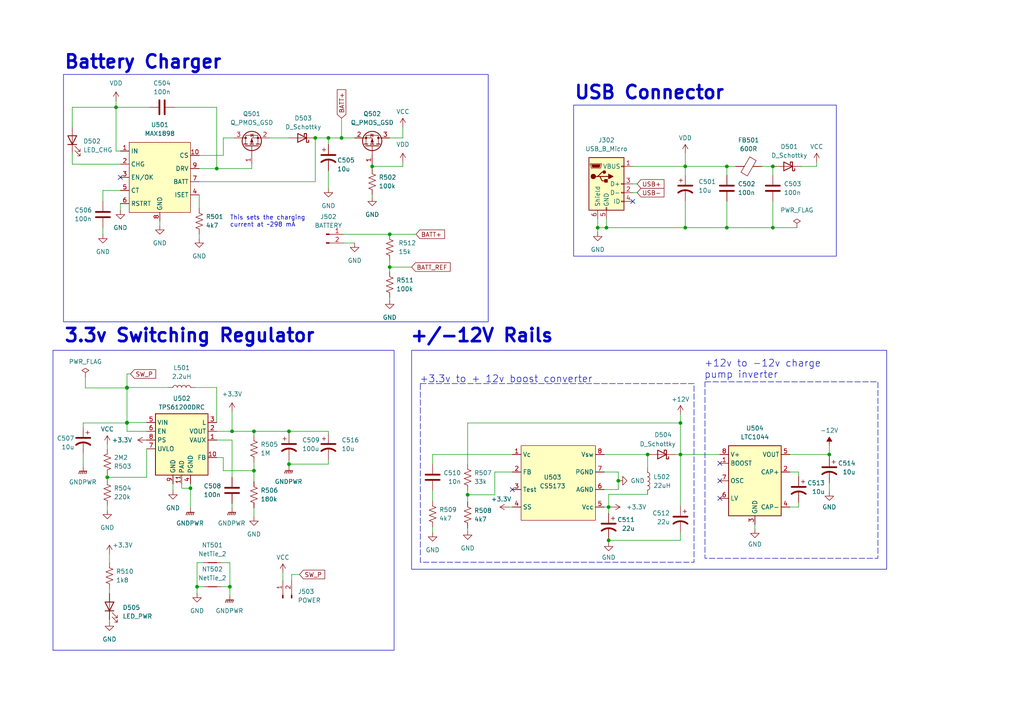
<source format=kicad_sch>
(kicad_sch (version 20230121) (generator eeschema)
  (paper "A4")
  (title_block (rev "1"))
  (lib_symbols
    (symbol "Battery_Management:MAX1898"
      (property "Reference" "U" (at 0 0 0))
      (property "Value" "MAX1898" (at 0 11.43 0))
      (symbol "MAX1898_1_1"
        (rectangle (start -8.89 10.16) (end 8.89 -10.16) (fill (type background)))
        (pin power_in line (at -11.43 7.62 0) (length 2.54) (name "IN") (number "1"))
        (pin input line (at 11.43 6.35 180) (length 2.54) (name "CS") (number "10"))
        (pin bidirectional line (at -11.43 3.81 0) (length 2.54) (name "CHG") (number "2"))
        (pin input line (at -11.43 0 0) (length 2.54) (name "EN/OK") (number "3"))
        (pin output line (at 11.43 -5.08 180) (length 2.54) (name "ISET") (number "4"))
        (pin input line (at -11.43 -3.81 0) (length 2.54) (name "CT") (number "5"))
        (pin input line (at -11.43 -7.62 0) (length 2.54) (name "RSTRT") (number "6"))
        (pin power_out line (at 11.43 -1.27 180) (length 2.54) (name "BATT") (number "7"))
        (pin power_in line (at 0 -12.7 90) (length 2.54) (name "GND") (number "8"))
        (pin input line (at 11.43 2.54 180) (length 2.54) (name "DRV") (number "9"))
      )
    )
    (symbol "Connector:Conn_01x02_Pin" (pin_names (offset 1.016) hide)
      (property "Reference" "J" (at 0 2.54 0))
      (property "Value" "Conn_01x02_Pin" (at 0 -5.08 0))
      (symbol "Conn_01x02_Pin_1_1"
        (polyline (pts (xy 1.27 -2.54) (xy 0.8636 -2.54)) (stroke (width 0.1524)))
        (polyline (pts (xy 1.27 0) (xy 0.8636 0)) (stroke (width 0.1524)))
        (rectangle (start 0.8636 -2.413) (end 0 -2.667) (stroke (width 0.1524)) (fill (type outline)))
        (rectangle (start 0.8636 0.127) (end 0 -0.127) (stroke (width 0.1524)) (fill (type outline)))
        (pin passive line (at 5.08 0 180) (length 3.81) (name "Pin_1") (number "1"))
        (pin passive line (at 5.08 -2.54 180) (length 3.81) (name "Pin_2") (number "2"))
      )
    )
    (symbol "Connector:USB_B_Micro" (pin_names (offset 1.016))
      (property "Reference" "J" (at -5.08 11.43 0))
      (property "Value" "USB_B_Micro" (at -5.08 8.89 0))
      (symbol "USB_B_Micro_0_1"
        (rectangle (start -5.08 -7.62) (end 5.08 7.62) (stroke (width 0.254)) (fill (type background)))
        (circle (center -3.81 2.159) (radius 0.635) (stroke (width 0.254)) (fill (type outline)))
        (circle (center -0.635 3.429) (radius 0.381) (stroke (width 0.254)) (fill (type outline)))
        (rectangle (start -0.127 -7.62) (end 0.127 -6.858))
        (polyline (pts (xy -1.905 2.159) (xy 0.635 2.159)) (stroke (width 0.254)))
        (polyline (pts (xy -3.175 2.159) (xy -2.54 2.159) (xy -1.27 3.429) (xy -0.635 3.429)) (stroke (width 0.254)))
        (polyline (pts (xy -2.54 2.159) (xy -1.905 2.159) (xy -1.27 0.889) (xy 0 0.889)) (stroke (width 0.254)))
        (polyline (pts (xy 0.635 2.794) (xy 0.635 1.524) (xy 1.905 2.159) (xy 0.635 2.794)) (stroke (width 0.254)) (fill (type outline)))
        (polyline (pts (xy -4.318 5.588) (xy -1.778 5.588) (xy -2.032 4.826) (xy -4.064 4.826) (xy -4.318 5.588)) (fill (type outline)))
        (polyline (pts (xy -4.699 5.842) (xy -4.699 5.588) (xy -4.445 4.826) (xy -4.445 4.572) (xy -1.651 4.572) (xy -1.651 4.826) (xy -1.397 5.588) (xy -1.397 5.842) (xy -4.699 5.842)))
        (rectangle (start 0.254 1.27) (end -0.508 0.508) (stroke (width 0.254)) (fill (type outline)))
        (rectangle (start 5.08 -5.207) (end 4.318 -4.953))
        (rectangle (start 5.08 -2.667) (end 4.318 -2.413))
        (rectangle (start 5.08 -0.127) (end 4.318 0.127))
        (rectangle (start 5.08 4.953) (end 4.318 5.207))
      )
      (symbol "USB_B_Micro_1_1"
        (pin power_out line (at 7.62 5.08 180) (length 2.54) (name "VBUS") (number "1"))
        (pin bidirectional line (at 7.62 -2.54 180) (length 2.54) (name "D-") (number "2"))
        (pin bidirectional line (at 7.62 0 180) (length 2.54) (name "D+") (number "3"))
        (pin passive line (at 7.62 -5.08 180) (length 2.54) (name "ID") (number "4"))
        (pin passive line (at 0 -10.16 90) (length 2.54) (name "GND") (number "5"))
        (pin passive line (at -2.54 -10.16 90) (length 2.54) (name "Shield") (number "6"))
      )
    )
    (symbol "Device:C" (pin_numbers hide) (pin_names (offset 0.254))
      (property "Reference" "C" (at 0.635 2.54 0))
      (property "Value" "C" (at 0.635 -2.54 0))
      (symbol "C_0_1"
        (polyline (pts (xy -2.032 -0.762) (xy 2.032 -0.762)) (stroke (width 0.508)))
        (polyline (pts (xy -2.032 0.762) (xy 2.032 0.762)) (stroke (width 0.508)))
      )
      (symbol "C_1_1"
        (pin passive line (at 0 3.81 270) (length 2.794) (name "~") (number "1"))
        (pin passive line (at 0 -3.81 90) (length 2.794) (name "~") (number "2"))
      )
    )
    (symbol "Device:C_Polarized_US" (pin_numbers hide) (pin_names (offset 0.254) hide)
      (property "Reference" "C" (at 0.635 2.54 0))
      (property "Value" "C_Polarized_US" (at 0.635 -2.54 0))
      (symbol "C_Polarized_US_0_1"
        (polyline (pts (xy -2.032 0.762) (xy 2.032 0.762)) (stroke (width 0.508)))
        (polyline (pts (xy -1.778 2.286) (xy -0.762 2.286)))
        (polyline (pts (xy -1.27 1.778) (xy -1.27 2.794)))
        (arc (start 2.032 -1.27) (mid 0 -0.5572) (end -2.032 -1.27) (stroke (width 0.508)))
      )
      (symbol "C_Polarized_US_1_1"
        (pin passive line (at 0 3.81 270) (length 2.794) (name "~") (number "1"))
        (pin passive line (at 0 -3.81 90) (length 3.302) (name "~") (number "2"))
      )
    )
    (symbol "Device:D_Schottky" (pin_numbers hide) (pin_names (offset 1.016) hide)
      (property "Reference" "D" (at 0 2.54 0))
      (property "Value" "D_Schottky" (at 0 -2.54 0))
      (symbol "D_Schottky_0_1"
        (polyline (pts (xy 1.27 0) (xy -1.27 0)))
        (polyline (pts (xy 1.27 1.27) (xy 1.27 -1.27) (xy -1.27 0) (xy 1.27 1.27)) (stroke (width 0.254)))
        (polyline (pts (xy -1.905 0.635) (xy -1.905 1.27) (xy -1.27 1.27) (xy -1.27 -1.27) (xy -0.635 -1.27) (xy -0.635 -0.635)) (stroke (width 0.254)))
      )
      (symbol "D_Schottky_1_1"
        (pin passive line (at -3.81 0 0) (length 2.54) (name "K") (number "1"))
        (pin passive line (at 3.81 0 180) (length 2.54) (name "A") (number "2"))
      )
    )
    (symbol "Device:FerriteBead" (pin_numbers hide) (pin_names (offset 0))
      (property "Reference" "FB" (at -3.81 0.635 90))
      (property "Value" "FerriteBead" (at 3.81 0 90))
      (symbol "FerriteBead_0_1"
        (polyline (pts (xy 0 -1.27) (xy 0 -1.2192)))
        (polyline (pts (xy 0 1.27) (xy 0 1.2954)))
        (polyline (pts (xy -2.7686 0.4064) (xy -1.7018 2.2606) (xy 2.7686 -0.3048) (xy 1.6764 -2.159) (xy -2.7686 0.4064)))
      )
      (symbol "FerriteBead_1_1"
        (pin passive line (at 0 3.81 270) (length 2.54) (name "~") (number "1"))
        (pin passive line (at 0 -3.81 90) (length 2.54) (name "~") (number "2"))
      )
    )
    (symbol "Device:L" (pin_numbers hide) (pin_names (offset 1.016) hide)
      (property "Reference" "L" (at -1.27 0 90))
      (property "Value" "L" (at 1.905 0 90))
      (symbol "L_0_1"
        (arc (start 0 -2.54) (mid 0.6323 -1.905) (end 0 -1.27))
        (arc (start 0 -1.27) (mid 0.6323 -0.635) (end 0 0))
        (arc (start 0 0) (mid 0.6323 0.635) (end 0 1.27))
        (arc (start 0 1.27) (mid 0.6323 1.905) (end 0 2.54))
      )
      (symbol "L_1_1"
        (pin passive line (at 0 3.81 270) (length 1.27) (name "1") (number "1"))
        (pin passive line (at 0 -3.81 90) (length 1.27) (name "2") (number "2"))
      )
    )
    (symbol "Device:LED" (pin_numbers hide) (pin_names (offset 1.016) hide)
      (property "Reference" "D" (at 0 2.54 0))
      (property "Value" "LED" (at 0 -2.54 0))
      (symbol "LED_0_1"
        (polyline (pts (xy -1.27 -1.27) (xy -1.27 1.27)) (stroke (width 0.254)))
        (polyline (pts (xy -1.27 0) (xy 1.27 0)))
        (polyline (pts (xy 1.27 -1.27) (xy 1.27 1.27) (xy -1.27 0) (xy 1.27 -1.27)) (stroke (width 0.254)))
        (polyline (pts (xy -3.048 -0.762) (xy -4.572 -2.286) (xy -3.81 -2.286) (xy -4.572 -2.286) (xy -4.572 -1.524)))
        (polyline (pts (xy -1.778 -0.762) (xy -3.302 -2.286) (xy -2.54 -2.286) (xy -3.302 -2.286) (xy -3.302 -1.524)))
      )
      (symbol "LED_1_1"
        (pin passive line (at -3.81 0 0) (length 2.54) (name "K") (number "1"))
        (pin passive line (at 3.81 0 180) (length 2.54) (name "A") (number "2"))
      )
    )
    (symbol "Device:NetTie_2" (pin_numbers hide) (pin_names (offset 0) hide) (in_bom no)
      (property "Reference" "NT" (at 0 1.27 0))
      (property "Value" "NetTie_2" (at 0 -1.27 0))
      (symbol "NetTie_2_0_1"
        (polyline (pts (xy -1.27 0) (xy 1.27 0)) (stroke (width 0.254)))
      )
      (symbol "NetTie_2_1_1"
        (pin passive line (at -2.54 0 0) (length 2.54) (name "1") (number "1"))
        (pin passive line (at 2.54 0 180) (length 2.54) (name "2") (number "2"))
      )
    )
    (symbol "Device:Q_PMOS_GSD" (pin_names (offset 0) hide)
      (property "Reference" "Q" (at 5.08 1.27 0))
      (property "Value" "Q_PMOS_GSD" (at 5.08 -1.27 0))
      (symbol "Q_PMOS_GSD_0_1"
        (polyline (pts (xy 0.254 0) (xy -2.54 0)))
        (polyline (pts (xy 0.254 1.905) (xy 0.254 -1.905)) (stroke (width 0.254)))
        (polyline (pts (xy 0.762 -1.27) (xy 0.762 -2.286)) (stroke (width 0.254)))
        (polyline (pts (xy 0.762 0.508) (xy 0.762 -0.508)) (stroke (width 0.254)))
        (polyline (pts (xy 0.762 2.286) (xy 0.762 1.27)) (stroke (width 0.254)))
        (polyline (pts (xy 2.54 2.54) (xy 2.54 1.778)))
        (polyline (pts (xy 2.54 -2.54) (xy 2.54 0) (xy 0.762 0)))
        (polyline (pts (xy 0.762 1.778) (xy 3.302 1.778) (xy 3.302 -1.778) (xy 0.762 -1.778)))
        (polyline (pts (xy 2.286 0) (xy 1.27 0.381) (xy 1.27 -0.381) (xy 2.286 0)) (fill (type outline)))
        (polyline (pts (xy 2.794 -0.508) (xy 2.921 -0.381) (xy 3.683 -0.381) (xy 3.81 -0.254)))
        (polyline (pts (xy 3.302 -0.381) (xy 2.921 0.254) (xy 3.683 0.254) (xy 3.302 -0.381)))
        (circle (center 1.651 0) (radius 2.794) (stroke (width 0.254)))
        (circle (center 2.54 -1.778) (radius 0.254) (fill (type outline)))
        (circle (center 2.54 1.778) (radius 0.254) (fill (type outline)))
      )
      (symbol "Q_PMOS_GSD_1_1"
        (pin input line (at -5.08 0 0) (length 2.54) (name "G") (number "1"))
        (pin passive line (at 2.54 -5.08 90) (length 2.54) (name "S") (number "2"))
        (pin passive line (at 2.54 5.08 270) (length 2.54) (name "D") (number "3"))
      )
    )
    (symbol "Device:R_US" (pin_numbers hide) (pin_names (offset 0))
      (property "Reference" "R" (at 2.54 0 90))
      (property "Value" "R_US" (at -2.54 0 90))
      (symbol "R_US_0_1"
        (polyline (pts (xy 0 -2.286) (xy 0 -2.54)))
        (polyline (pts (xy 0 2.286) (xy 0 2.54)))
        (polyline (pts (xy 0 -0.762) (xy 1.016 -1.143) (xy 0 -1.524) (xy -1.016 -1.905) (xy 0 -2.286)))
        (polyline (pts (xy 0 0.762) (xy 1.016 0.381) (xy 0 0) (xy -1.016 -0.381) (xy 0 -0.762)))
        (polyline (pts (xy 0 2.286) (xy 1.016 1.905) (xy 0 1.524) (xy -1.016 1.143) (xy 0 0.762)))
      )
      (symbol "R_US_1_1"
        (pin passive line (at 0 3.81 270) (length 1.27) (name "~") (number "1"))
        (pin passive line (at 0 -3.81 90) (length 1.27) (name "~") (number "2"))
      )
    )
    (symbol "PCM_4ms_Power-symbol:+12V" (power) (pin_names (offset 0))
      (property "Value" "+12V" (at 0 3.556 0))
      (symbol "+12V_0_1"
        (polyline (pts (xy -0.762 1.27) (xy 0 2.54)))
        (polyline (pts (xy 0 0) (xy 0 2.54)))
        (polyline (pts (xy 0 2.54) (xy 0.762 1.27)))
      )
      (symbol "+12V_1_1"
        (pin power_in line (at 0 0 90) (length 0) hide (name "+12V") (number "1"))
      )
    )
    (symbol "PCM_4ms_Power-symbol:PWR_FLAG" (power) (pin_numbers hide) (pin_names (offset 0) hide)
      (property "Value" "PWR_FLAG" (at 0 3.81 0))
      (symbol "PWR_FLAG_0_0"
        (pin power_out line (at 0 0 90) (length 0) (name "pwr") (number "1"))
      )
      (symbol "PWR_FLAG_0_1"
        (polyline (pts (xy 0 0) (xy 0 1.27) (xy -1.016 1.905) (xy 0 2.54) (xy 1.016 1.905) (xy 0 1.27)))
      )
    )
    (symbol "Regulator_SwitchedCapacitor:LTC1044"
      (property "Reference" "U" (at -6.35 11.43 0))
      (property "Value" "LTC1044" (at 3.81 11.43 0))
      (symbol "LTC1044_0_1"
        (rectangle (start -7.62 10.16) (end 7.62 -10.16) (stroke (width 0.254)) (fill (type background)))
      )
      (symbol "LTC1044_1_1"
        (pin input line (at -10.16 5.08 0) (length 2.54) (name "BOOST") (number "1"))
        (pin input line (at 10.16 2.54 180) (length 2.54) (name "CAP+") (number "2"))
        (pin power_in line (at 0 -12.7 90) (length 2.54) (name "GND") (number "3"))
        (pin input line (at 10.16 -7.62 180) (length 2.54) (name "CAP-") (number "4"))
        (pin power_out line (at 10.16 7.62 180) (length 2.54) (name "VOUT") (number "5"))
        (pin input line (at -10.16 -5.08 0) (length 2.54) (name "LV") (number "6"))
        (pin input line (at -10.16 0 0) (length 2.54) (name "OSC") (number "7"))
        (pin power_in line (at -10.16 7.62 0) (length 2.54) (name "V+") (number "8"))
      )
    )
    (symbol "Regulator_Switching:CS5173"
      (property "Reference" "U" (at 1.27 0 0))
      (property "Value" "CS5173" (at 1.27 -2.54 0))
      (symbol "CS5173_1_1"
        (rectangle (start -8.89 10.16) (end 12.7 -11.43) (fill (type background)))
        (pin input line (at -11.43 7.62 0) (length 2.54) (name "Vc") (number "1"))
        (pin input line (at -11.43 2.54 0) (length 2.54) (name "FB") (number "2"))
        (pin input line (at -11.43 -2.54 0) (length 2.54) (name "Test") (number "3"))
        (pin input line (at -11.43 -7.62 0) (length 2.54) (name "SS") (number "4"))
        (pin power_in line (at 15.24 -7.62 180) (length 2.54) (name "Vcc") (number "5"))
        (pin power_in line (at 15.24 -2.54 180) (length 2.54) (name "AGND") (number "6"))
        (pin power_in line (at 15.24 2.54 180) (length 2.54) (name "PGND") (number "7"))
        (pin power_out line (at 15.24 7.62 180) (length 2.54) (name "Vsw") (number "8"))
      )
    )
    (symbol "Regulator_Switching:TPS61200DRC"
      (property "Reference" "U" (at -10.16 8.89 0))
      (property "Value" "TPS61200DRC" (at -2.54 8.89 0))
      (symbol "TPS61200DRC_0_1"
        (rectangle (start -7.62 7.62) (end 7.62 -10.16) (stroke (width 0.254)) (fill (type background)))
      )
      (symbol "TPS61200DRC_1_1"
        (pin bidirectional line (at 10.16 0 180) (length 2.54) (name "VAUX") (number "1"))
        (pin input line (at 10.16 -5.08 180) (length 2.54) (name "FB") (number "10"))
        (pin power_in line (at 0 -12.7 90) (length 2.54) (name "PAD") (number "11"))
        (pin power_out line (at 10.16 2.54 180) (length 2.54) (name "VOUT") (number "2"))
        (pin input line (at 10.16 5.08 180) (length 2.54) (name "L") (number "3"))
        (pin power_in line (at 2.54 -12.7 90) (length 2.54) (name "PGND") (number "4"))
        (pin power_in line (at -10.16 5.08 0) (length 2.54) (name "VIN") (number "5"))
        (pin input line (at -10.16 2.54 0) (length 2.54) (name "EN") (number "6"))
        (pin input line (at -10.16 -2.54 0) (length 2.54) (name "UVLO") (number "7"))
        (pin input line (at -10.16 0 0) (length 2.54) (name "PS") (number "8"))
        (pin power_in line (at -2.54 -12.7 90) (length 2.54) (name "GND") (number "9"))
      )
    )
    (symbol "power:+3.3V" (power) (pin_names (offset 0))
      (property "Value" "+3.3V" (at 0 3.556 0))
      (symbol "+3.3V_0_1"
        (polyline (pts (xy -0.762 1.27) (xy 0 2.54)))
        (polyline (pts (xy 0 0) (xy 0 2.54)))
        (polyline (pts (xy 0 2.54) (xy 0.762 1.27)))
      )
      (symbol "+3.3V_1_1"
        (pin power_in line (at 0 0 90) (length 0) hide (name "+3.3V") (number "1"))
      )
    )
    (symbol "power:-12V" (power) (pin_names (offset 0))
      (property "Value" "-12V" (at 0 3.81 0))
      (symbol "-12V_0_0"
        (pin power_in line (at 0 0 90) (length 0) hide (name "-12V") (number "1"))
      )
      (symbol "-12V_0_1"
        (polyline (pts (xy 0 0) (xy 0 1.27) (xy 0.762 1.27) (xy 0 2.54) (xy -0.762 1.27) (xy 0 1.27)) (fill (type outline)))
      )
    )
    (symbol "power:GND" (power) (pin_names (offset 0))
      (property "Value" "GND" (at 0 -3.81 0))
      (symbol "GND_0_1"
        (polyline (pts (xy 0 0) (xy 0 -1.27) (xy 1.27 -1.27) (xy 0 -2.54) (xy -1.27 -1.27) (xy 0 -1.27)))
      )
      (symbol "GND_1_1"
        (pin power_in line (at 0 0 270) (length 0) hide (name "GND") (number "1"))
      )
    )
    (symbol "power:GNDPWR" (power) (pin_names (offset 0))
      (property "Value" "GNDPWR" (at 0 -3.302 0))
      (symbol "GNDPWR_0_1"
        (polyline (pts (xy 0 -1.27) (xy 0 0)))
        (polyline (pts (xy -1.016 -1.27) (xy -1.27 -2.032) (xy -1.27 -2.032)) (stroke (width 0.2032)))
        (polyline (pts (xy -0.508 -1.27) (xy -0.762 -2.032) (xy -0.762 -2.032)) (stroke (width 0.2032)))
        (polyline (pts (xy 0 -1.27) (xy -0.254 -2.032) (xy -0.254 -2.032)) (stroke (width 0.2032)))
        (polyline (pts (xy 0.508 -1.27) (xy 0.254 -2.032) (xy 0.254 -2.032)) (stroke (width 0.2032)))
        (polyline (pts (xy 1.016 -1.27) (xy -1.016 -1.27) (xy -1.016 -1.27)) (stroke (width 0.2032)))
        (polyline (pts (xy 1.016 -1.27) (xy 0.762 -2.032) (xy 0.762 -2.032) (xy 0.762 -2.032)) (stroke (width 0.2032)))
      )
      (symbol "GNDPWR_1_1"
        (pin power_in line (at 0 0 270) (length 0) hide (name "GNDPWR") (number "1"))
      )
    )
    (symbol "power:VCC" (power) (pin_names (offset 0))
      (property "Value" "VCC" (at 0 3.81 0))
      (symbol "VCC_0_1"
        (polyline (pts (xy -0.762 1.27) (xy 0 2.54)))
        (polyline (pts (xy 0 0) (xy 0 2.54)))
        (polyline (pts (xy 0 2.54) (xy 0.762 1.27)))
      )
      (symbol "VCC_1_1"
        (pin power_in line (at 0 0 90) (length 0) hide (name "VCC") (number "1"))
      )
    )
    (symbol "power:VDD" (power) (pin_names (offset 0))
      (property "Value" "VDD" (at 0 3.81 0))
      (symbol "VDD_0_1"
        (polyline (pts (xy -0.762 1.27) (xy 0 2.54)))
        (polyline (pts (xy 0 0) (xy 0 2.54)))
        (polyline (pts (xy 0 2.54) (xy 0.762 1.27)))
      )
      (symbol "VDD_1_1"
        (pin power_in line (at 0 0 90) (length 0) hide (name "VDD") (number "1"))
      )
    )
  )
  (junction (at 91.44 40.005))
  (junction (at 173.355 66.04))
  (junction (at 224.155 48.26))
  (junction (at 198.755 48.26))
  (junction (at 36.83 122.682))
  (junction (at 31.115 138.43))
  (junction (at 67.31 125.095))
  (junction (at 36.83 112.522))
  (junction (at 55.245 141.605))
  (junction (at 62.865 48.895))
  (junction (at 36.83 122.555))
  (junction (at 73.66 125.095))
  (junction (at 198.755 66.04))
  (junction (at 113.03 77.47))
  (junction (at 175.895 66.04))
  (junction (at 66.675 170.18))
  (junction (at 83.82 125.095))
  (junction (at 95.25 40.005))
  (junction (at 176.53 147.066))
  (junction (at 197.358 131.826))
  (junction (at 107.95 48.26))
  (junction (at 240.538 131.826))
  (junction (at 210.82 48.26))
  (junction (at 187.833 131.826))
  (junction (at 210.82 66.04))
  (junction (at 99.06 40.005))
  (junction (at 36.83 112.395))
  (junction (at 179.324 139.446))
  (junction (at 135.636 143.51))
  (junction (at 224.155 66.04))
  (junction (at 113.03 67.945))
  (junction (at 197.358 122.682))
  (junction (at 57.15 170.18))
  (junction (at 73.66 136.525))
  (junction (at 176.53 156.718))
  (junction (at 83.82 134.62))
  (junction (at 33.655 31.115))
  (no_connect (at 183.515 58.42))
  (no_connect (at 34.925 51.435))
  (no_connect (at 208.788 139.446))
  (no_connect (at 208.788 134.366))
  (no_connect (at 148.59 141.986))
  (no_connect (at 208.788 144.526))
  (wire (pts (xy 210.82 66.04) (xy 210.82 58.42)))
  (wire (pts (xy 125.476 142.24) (xy 125.476 145.288)))
  (wire (pts (xy 62.865 112.395) (xy 62.865 122.555)))
  (wire (pts (xy 231.648 147.066) (xy 231.648 145.796)))
  (wire (pts (xy 57.785 52.705) (xy 91.44 52.705)))
  (wire (pts (xy 147.574 147.066) (xy 148.59 147.066)))
  (wire (pts (xy 66.675 163.195) (xy 64.135 163.195)))
  (wire (pts (xy 173.355 63.5) (xy 173.355 66.04)))
  (wire (pts (xy 73.025 48.895) (xy 73.025 47.625)))
  (wire (pts (xy 62.865 127.635) (xy 67.31 127.635)))
  (wire (pts (xy 20.955 31.115) (xy 20.955 36.83)))
  (wire (pts (xy 125.476 152.908) (xy 125.476 154.432)))
  (wire (pts (xy 210.82 48.26) (xy 210.82 50.8)))
  (wire (pts (xy 210.82 48.26) (xy 213.36 48.26)))
  (wire (pts (xy 183.515 48.26) (xy 198.755 48.26)))
  (wire (pts (xy 148.59 136.906) (xy 143.51 136.906)))
  (wire (pts (xy 187.833 131.826) (xy 187.833 135.763)))
  (wire (pts (xy 197.358 122.682) (xy 197.358 131.826)))
  (wire (pts (xy 24.765 112.522) (xy 36.83 112.522)))
  (wire (pts (xy 66.675 170.18) (xy 66.675 163.195)))
  (wire (pts (xy 48.895 112.395) (xy 36.83 112.395)))
  (wire (pts (xy 62.865 48.895) (xy 73.025 48.895)))
  (wire (pts (xy 220.98 48.26) (xy 224.155 48.26)))
  (wire (pts (xy 36.83 112.522) (xy 36.83 112.395)))
  (wire (pts (xy 198.755 48.26) (xy 198.755 50.8)))
  (wire (pts (xy 31.75 179.705) (xy 31.75 180.34)))
  (wire (pts (xy 62.865 125.095) (xy 67.31 125.095)))
  (wire (pts (xy 43.18 31.115) (xy 33.655 31.115)))
  (wire (pts (xy 52.705 141.605) (xy 55.245 141.605)))
  (wire (pts (xy 64.77 132.715) (xy 64.77 136.525)))
  (wire (pts (xy 175.895 66.04) (xy 198.755 66.04)))
  (wire (pts (xy 95.25 40.005) (xy 95.25 41.91)))
  (wire (pts (xy 78.105 40.005) (xy 83.82 40.005)))
  (wire (pts (xy 240.538 131.826) (xy 240.538 132.461)))
  (wire (pts (xy 107.95 48.26) (xy 116.84 48.26)))
  (wire (pts (xy 236.855 46.99) (xy 236.855 48.26)))
  (wire (pts (xy 31.115 128.905) (xy 31.115 130.175)))
  (wire (pts (xy 73.66 125.095) (xy 73.66 126.365)))
  (wire (pts (xy 50.165 140.335) (xy 50.165 142.24)))
  (wire (pts (xy 113.03 75.565) (xy 113.03 77.47)))
  (wire (pts (xy 67.31 125.095) (xy 73.66 125.095)))
  (wire (pts (xy 229.108 136.906) (xy 231.648 136.906)))
  (wire (pts (xy 82.042 166.116) (xy 82.042 168.402)))
  (wire (pts (xy 57.785 56.515) (xy 57.785 60.325)))
  (wire (pts (xy 67.31 125.095) (xy 67.31 119.38)))
  (wire (pts (xy 229.108 131.826) (xy 240.538 131.826)))
  (wire (pts (xy 67.31 127.635) (xy 67.31 138.43)))
  (wire (pts (xy 86.868 166.624) (xy 84.582 166.624)))
  (wire (pts (xy 99.06 34.29) (xy 99.06 40.005)))
  (wire (pts (xy 135.636 143.51) (xy 135.636 145.542)))
  (wire (pts (xy 173.355 66.04) (xy 175.895 66.04)))
  (wire (pts (xy 113.03 77.47) (xy 119.38 77.47)))
  (wire (pts (xy 135.636 142.24) (xy 135.636 143.51)))
  (wire (pts (xy 95.25 133.35) (xy 95.25 134.62)))
  (wire (pts (xy 107.95 48.26) (xy 107.95 48.895)))
  (wire (pts (xy 95.25 134.62) (xy 83.82 134.62)))
  (wire (pts (xy 197.358 131.826) (xy 208.788 131.826)))
  (wire (pts (xy 57.785 48.895) (xy 62.865 48.895)))
  (wire (pts (xy 113.03 86.36) (xy 113.03 86.995)))
  (wire (pts (xy 198.755 48.26) (xy 210.82 48.26)))
  (wire (pts (xy 73.66 125.095) (xy 83.82 125.095)))
  (wire (pts (xy 91.44 52.705) (xy 91.44 40.005)))
  (wire (pts (xy 95.25 49.53) (xy 95.25 54.61)))
  (wire (pts (xy 33.655 29.21) (xy 33.655 31.115)))
  (wire (pts (xy 31.115 138.43) (xy 42.545 138.43)))
  (wire (pts (xy 125.476 131.826) (xy 148.59 131.826)))
  (wire (pts (xy 67.945 40.005) (xy 64.77 40.005)))
  (wire (pts (xy 240.538 140.081) (xy 240.538 142.621)))
  (wire (pts (xy 34.925 59.055) (xy 34.925 60.96)))
  (wire (pts (xy 91.44 40.005) (xy 95.25 40.005)))
  (wire (pts (xy 224.155 66.04) (xy 210.82 66.04)))
  (wire (pts (xy 95.25 125.73) (xy 95.25 125.095)))
  (wire (pts (xy 29.845 55.245) (xy 34.925 55.245)))
  (wire (pts (xy 24.765 109.347) (xy 24.765 112.522)))
  (wire (pts (xy 24.13 131.572) (xy 24.13 135.382)))
  (wire (pts (xy 73.66 147.32) (xy 73.66 149.86)))
  (wire (pts (xy 175.26 131.826) (xy 187.833 131.826)))
  (wire (pts (xy 135.636 153.162) (xy 135.636 153.924)))
  (wire (pts (xy 84.582 166.624) (xy 84.582 168.402)))
  (wire (pts (xy 224.155 48.26) (xy 224.155 50.8)))
  (wire (pts (xy 34.925 43.815) (xy 33.655 43.815)))
  (wire (pts (xy 66.675 172.72) (xy 66.675 170.18)))
  (wire (pts (xy 20.955 31.115) (xy 33.655 31.115)))
  (wire (pts (xy 176.53 156.718) (xy 176.53 156.464)))
  (wire (pts (xy 176.53 147.066) (xy 176.53 148.844)))
  (wire (pts (xy 64.77 136.525) (xy 73.66 136.525)))
  (wire (pts (xy 183.515 53.34) (xy 184.785 53.34)))
  (wire (pts (xy 179.324 141.986) (xy 175.26 141.986)))
  (wire (pts (xy 52.705 140.335) (xy 52.705 141.605)))
  (wire (pts (xy 176.53 143.383) (xy 176.53 147.066)))
  (wire (pts (xy 57.785 67.945) (xy 57.785 69.215)))
  (wire (pts (xy 36.83 122.682) (xy 36.83 125.095)))
  (wire (pts (xy 29.845 66.04) (xy 29.845 67.945)))
  (wire (pts (xy 57.15 170.18) (xy 57.15 163.195)))
  (wire (pts (xy 175.895 63.5) (xy 175.895 66.04)))
  (wire (pts (xy 107.95 47.625) (xy 107.95 48.26)))
  (wire (pts (xy 135.636 122.682) (xy 197.358 122.682)))
  (wire (pts (xy 240.538 129.286) (xy 240.538 131.826)))
  (wire (pts (xy 55.245 141.605) (xy 55.245 147.32)))
  (wire (pts (xy 37.846 108.458) (xy 36.83 108.458)))
  (wire (pts (xy 31.115 137.795) (xy 31.115 138.43)))
  (wire (pts (xy 229.108 147.066) (xy 231.648 147.066)))
  (wire (pts (xy 31.75 160.655) (xy 31.75 163.195)))
  (wire (pts (xy 31.115 146.685) (xy 31.115 147.955)))
  (wire (pts (xy 173.355 66.04) (xy 173.355 67.31)))
  (wire (pts (xy 36.83 122.682) (xy 36.83 122.555)))
  (wire (pts (xy 73.66 133.985) (xy 73.66 136.525)))
  (wire (pts (xy 236.855 48.26) (xy 232.41 48.26)))
  (wire (pts (xy 57.15 163.195) (xy 59.055 163.195)))
  (wire (pts (xy 218.948 152.146) (xy 218.948 153.416)))
  (wire (pts (xy 143.51 136.906) (xy 143.51 143.51)))
  (wire (pts (xy 64.77 45.085) (xy 57.785 45.085)))
  (wire (pts (xy 62.865 132.715) (xy 64.77 132.715)))
  (wire (pts (xy 83.82 134.62) (xy 83.82 135.255)))
  (wire (pts (xy 187.833 143.383) (xy 176.53 143.383)))
  (wire (pts (xy 67.31 146.05) (xy 67.31 147.32)))
  (wire (pts (xy 224.155 66.04) (xy 231.14 66.04)))
  (wire (pts (xy 135.636 143.51) (xy 143.51 143.51)))
  (wire (pts (xy 198.755 58.42) (xy 198.755 66.04)))
  (wire (pts (xy 175.26 147.066) (xy 176.53 147.066)))
  (wire (pts (xy 56.515 112.395) (xy 62.865 112.395)))
  (wire (pts (xy 197.358 131.826) (xy 197.358 146.812)))
  (wire (pts (xy 197.358 120.142) (xy 197.358 122.682)))
  (wire (pts (xy 57.15 170.18) (xy 59.055 170.18)))
  (wire (pts (xy 176.53 157.226) (xy 176.53 156.718)))
  (wire (pts (xy 36.83 125.095) (xy 42.545 125.095)))
  (wire (pts (xy 83.82 133.35) (xy 83.82 134.62)))
  (wire (pts (xy 62.865 31.115) (xy 50.8 31.115)))
  (wire (pts (xy 31.115 138.43) (xy 31.115 139.065)))
  (wire (pts (xy 116.84 40.005) (xy 113.03 40.005)))
  (wire (pts (xy 197.358 154.432) (xy 197.358 156.718)))
  (wire (pts (xy 195.834 131.826) (xy 197.358 131.826)))
  (wire (pts (xy 36.83 108.458) (xy 36.83 112.395)))
  (wire (pts (xy 135.636 134.62) (xy 135.636 122.682)))
  (wire (pts (xy 197.358 156.718) (xy 176.53 156.718)))
  (wire (pts (xy 198.755 44.45) (xy 198.755 48.26)))
  (wire (pts (xy 113.03 77.47) (xy 113.03 78.74)))
  (wire (pts (xy 175.26 136.906) (xy 179.324 136.906)))
  (wire (pts (xy 73.66 136.525) (xy 73.66 139.7)))
  (wire (pts (xy 99.695 70.485) (xy 102.87 70.485)))
  (wire (pts (xy 113.03 67.945) (xy 120.65 67.945)))
  (wire (pts (xy 62.865 48.895) (xy 62.865 31.115)))
  (wire (pts (xy 55.245 140.335) (xy 55.245 141.605)))
  (wire (pts (xy 116.84 36.83) (xy 116.84 40.005)))
  (wire (pts (xy 224.155 58.42) (xy 224.155 66.04)))
  (wire (pts (xy 125.476 134.62) (xy 125.476 131.826)))
  (wire (pts (xy 95.25 40.005) (xy 99.06 40.005)))
  (wire (pts (xy 64.77 40.005) (xy 64.77 45.085)))
  (wire (pts (xy 179.324 139.446) (xy 179.324 141.986)))
  (wire (pts (xy 224.155 48.26) (xy 224.79 48.26)))
  (wire (pts (xy 99.695 67.945) (xy 113.03 67.945)))
  (wire (pts (xy 231.648 136.906) (xy 231.648 138.176)))
  (wire (pts (xy 24.13 123.952) (xy 24.13 122.682)))
  (wire (pts (xy 20.955 47.625) (xy 34.925 47.625)))
  (wire (pts (xy 99.06 40.005) (xy 102.87 40.005)))
  (wire (pts (xy 42.545 138.43) (xy 42.545 130.175)))
  (wire (pts (xy 83.82 125.73) (xy 83.82 125.095)))
  (wire (pts (xy 57.15 172.085) (xy 57.15 170.18)))
  (wire (pts (xy 33.655 31.115) (xy 33.655 43.815)))
  (wire (pts (xy 107.95 56.515) (xy 107.95 57.15)))
  (wire (pts (xy 31.75 170.815) (xy 31.75 172.085)))
  (wire (pts (xy 183.515 55.88) (xy 184.785 55.88)))
  (wire (pts (xy 24.13 122.682) (xy 36.83 122.682)))
  (wire (pts (xy 176.53 147.066) (xy 177.292 147.066)))
  (wire (pts (xy 46.355 64.135) (xy 46.355 65.405)))
  (wire (pts (xy 187.833 131.826) (xy 188.214 131.826)))
  (wire (pts (xy 95.25 125.095) (xy 83.82 125.095)))
  (wire (pts (xy 179.324 136.906) (xy 179.324 139.446)))
  (wire (pts (xy 20.955 44.45) (xy 20.955 47.625)))
  (wire (pts (xy 64.135 170.18) (xy 66.675 170.18)))
  (wire (pts (xy 198.755 66.04) (xy 210.82 66.04)))
  (wire (pts (xy 116.84 46.99) (xy 116.84 48.26)))
  (wire (pts (xy 36.83 122.555) (xy 42.545 122.555)))
  (wire (pts (xy 36.83 112.522) (xy 36.83 122.555)))
  (wire (pts (xy 29.845 58.42) (xy 29.845 55.245)))
  (rectangle (start 121.92 111.252) (end 201.295 163.068) (stroke (width 0) (type dash)))
  (rectangle (start 166.37 30.48) (end 242.57 74.295))
  (rectangle (start 204.47 110.744) (end 254.635 161.925) (stroke (width 0) (type dash)))
  (rectangle (start 15.367 101.6) (end 114.3 188.595))
  (rectangle (start 119.38 101.6) (end 257.175 165.1))
  (rectangle (start 18.415 21.59) (end 141.605 93.345))
  (text "+12v to -12v charge \npump inverter" (at 204.216 109.982 0) (effects (font (size 2.032 2.032)) (justify left bottom)))
  (text "USB Connector" (at 166.37 29.21 0) (effects (font (size 3.81 3.81) (thickness 0.762) bold) (justify left bottom)))
  (text "+/-12V Rails" (at 118.745 99.695 0) (effects (font (size 3.81 3.81) (thickness 0.762) bold) (justify left bottom)))
  (text "+3.3v to + 12v boost converter" (at 121.666 111.252 0) (effects (font (size 2.032 2.032)) (justify left bottom)))
  (text "Battery Charger" (at 18.415 20.32 0) (effects (font (size 3.81 3.81) (thickness 0.762) bold) (justify left bottom)))
  (text "This sets the charging \ncurrent at ~298 mA" (at 66.675 66.04 0) (effects (font (size 1.27 1.27)) (justify left bottom)))
  (text "3.3v Switching Regulator" (at 18.415 99.695 0) (effects (font (size 3.81 3.81) (thickness 0.762) bold) (justify left bottom)))
  (global_label "BATT+" (shape input) (at 99.06 34.29 90) (property "Intersheetrefs" "${INTERSHEET_REFS}" (effects hide)))
  (global_label "BATT+" (shape input) (at 120.65 67.945 0) (property "Intersheetrefs" "${INTERSHEET_REFS}" (effects hide)))
  (global_label "USB+" (shape input) (at 184.785 53.34 0) (property "Intersheetrefs" "${INTERSHEET_REFS}" (effects hide)))
  (global_label "SW_P" (shape input) (at 86.868 166.624 0) (property "Intersheetrefs" "${INTERSHEET_REFS}" (effects hide)))
  (global_label "BATT_REF" (shape input) (at 119.38 77.47 0) (property "Intersheetrefs" "${INTERSHEET_REFS}" (effects hide)))
  (global_label "USB-" (shape input) (at 184.785 55.88 0) (property "Intersheetrefs" "${INTERSHEET_REFS}" (effects hide)))
  (global_label "SW_P" (shape input) (at 37.846 108.458 0) (property "Intersheetrefs" "${INTERSHEET_REFS}" (effects hide)))
  (symbol (lib_id "power:VCC") (at 236.855 46.99 0) (unit 1)
    (property "Reference" "#PWR0503" (effects hide))
    (property "Value" "VCC" (at 236.855 42.545 0))
  )
  (symbol (lib_id "Device:R_US") (at 31.115 142.875 0) (unit 1)
    (property "Reference" "R504" (at 33.02 141.605 0) (effects (justify left)))
    (property "Value" "220k" (at 33.02 144.145 0) (effects (justify left)))
    (property "Footprint" "PCM_Resistor_SMD_AKL:R_0805_2012Metric" (effects hide))
  )
  (symbol (lib_id "Connector:Conn_01x02_Pin") (at 82.042 173.482 90) (unit 1)
    (property "Reference" "J503" (at 86.36 171.577 90) (effects (justify right)))
    (property "Value" "POWER" (at 86.36 174.117 90) (effects (justify right)))
    (property "Footprint" "Connector_PinHeader_2.54mm:PinHeader_1x02_P2.54mm_Vertical" (effects hide))
  )
  (symbol (lib_id "power:GND") (at 57.785 69.215 0) (unit 1)
    (property "Reference" "#PWR0333" (effects hide))
    (property "Value" "GND" (at 57.785 74.295 0))
    (instances (project "TunerVCO" (path "" (reference "#PWR0333") (unit 1))) (project "ESP808_mk3_rev2" (path "" (reference "#PWR0509") (unit 1))) (project "BrainBoard" (path "" (reference "#PWR0333") (unit 1))))
  )
  (symbol (lib_id "Device:C") (at 224.155 54.61 0) (unit 1)
    (property "Reference" "C503" (at 227.33 53.34 0) (effects (justify left)))
    (property "Value" "100n" (at 227.33 55.88 0) (effects (justify left)))
    (property "Footprint" "Capacitor_SMD:C_0805_2012Metric" (effects hide))
  )
  (symbol (lib_id "Device:R_US") (at 73.66 130.175 0) (unit 1)
    (property "Reference" "R505" (at 75.565 128.905 0) (effects (justify left)))
    (property "Value" "1M" (at 75.565 131.445 0) (effects (justify left)))
    (property "Footprint" "PCM_Resistor_SMD_AKL:R_0805_2012Metric" (effects hide))
  )
  (symbol (lib_id "power:GND") (at 107.95 57.15 0) (unit 1)
    (property "Reference" "#PWR0333" (effects hide))
    (property "Value" "GND" (at 107.95 62.23 0))
    (instances (project "TunerVCO" (path "" (reference "#PWR0333") (unit 1))) (project "ESP808_mk3_rev2" (path "" (reference "#PWR0510") (unit 1))) (project "BrainBoard" (path "" (reference "#PWR0333") (unit 1))))
  )
  (symbol (lib_id "Device:R_US") (at 57.785 64.135 0) (unit 1)
    (property "Reference" "R501" (at 59.69 62.865 0) (effects (justify left)))
    (property "Value" "4k7" (at 59.69 65.405 0) (effects (justify left)))
    (property "Footprint" "PCM_Resistor_SMD_AKL:R_0805_2012Metric" (effects hide))
  )
  (symbol (lib_id "Device:C") (at 67.31 142.24 0) (unit 1)
    (property "Reference" "C508" (at 59.055 140.97 0) (effects (justify left)))
    (property "Value" "100n" (at 59.055 143.51 0) (effects (justify left)))
    (property "Footprint" "Capacitor_SMD:C_0805_2012Metric" (effects hide))
  )
  (symbol (lib_id "Device:D_Schottky") (at 192.024 131.826 180) (unit 1)
    (property "Reference" "D504" (at 192.3415 126.111 0))
    (property "Value" "D_Schottky" (at 190.754 128.778 0))
    (property "Footprint" "PCM_Diode_SMD_AKL:D_0603_1608Metric" (effects hide))
  )
  (symbol (lib_id "power:GND") (at 29.845 67.945 0) (unit 1)
    (property "Reference" "#PWR0333" (effects hide))
    (property "Value" "GND" (at 29.845 73.025 0))
    (instances (project "TunerVCO" (path "" (reference "#PWR0333") (unit 1))) (project "ESP808_mk3_rev2" (path "" (reference "#PWR0508") (unit 1))) (project "BrainBoard" (path "" (reference "#PWR0333") (unit 1))))
  )
  (symbol (lib_id "power:GNDPWR") (at 55.245 147.32 0) (unit 1)
    (property "Reference" "#PWR0518" (effects hide))
    (property "Value" "GNDPWR" (at 55.118 151.765 0))
  )
  (symbol (lib_id "Device:Q_PMOS_GSD") (at 107.95 42.545 270) (mirror x) (unit 1)
    (property "Reference" "Q502" (at 107.95 33.02 90))
    (property "Value" "Q_PMOS_GSD" (at 107.95 35.56 90))
    (property "Footprint" "PCM_4ms_Package_SOT:SOT-23" (effects hide))
  )
  (symbol (lib_id "Device:C") (at 125.476 138.43 0) (mirror y) (unit 1)
    (property "Reference" "C510" (at 133.731 137.16 0) (effects (justify left)))
    (property "Value" "10n" (at 133.731 139.7 0) (effects (justify left)))
    (property "Footprint" "Capacitor_SMD:C_0805_2012Metric" (effects hide))
  )
  (symbol (lib_id "Device:C_Polarized_US") (at 198.755 54.61 0) (unit 1)
    (property "Reference" "C501" (at 202.565 52.705 0) (effects (justify left)))
    (property "Value" "10u" (at 202.565 55.245 0) (effects (justify left)))
    (property "Footprint" "Capacitor_THT:CP_Radial_D4.0mm_P2.00mm" (effects hide))
  )
  (symbol (lib_id "power:GND") (at 57.15 172.085 0) (unit 1)
    (property "Reference" "#PWR0333" (effects hide))
    (property "Value" "GND" (at 57.15 177.165 0))
    (instances (project "TunerVCO" (path "" (reference "#PWR0333") (unit 1))) (project "ESP808_mk3_rev2" (path "" (reference "#PWR0519") (unit 1))) (project "BrainBoard" (path "" (reference "#PWR0333") (unit 1))))
  )
  (symbol (lib_id "power:GND") (at 173.355 67.31 0) (unit 1)
    (property "Reference" "#PWR0333" (effects hide))
    (property "Value" "GND" (at 173.355 72.39 0))
    (instances (project "TunerVCO" (path "" (reference "#PWR0333") (unit 1))) (project "ESP808_mk3_rev2" (path "" (reference "#PWR0501") (unit 1))) (project "BrainBoard" (path "" (reference "#PWR0333") (unit 1))))
  )
  (symbol (lib_id "Device:D_Schottky") (at 228.6 48.26 180) (unit 1)
    (property "Reference" "D501" (at 228.9175 42.545 0))
    (property "Value" "D_Schottky" (at 228.9175 45.085 0))
    (property "Footprint" "PCM_Diode_SMD_AKL:D_0603_1608Metric" (effects hide))
  )
  (symbol (lib_id "power:GND") (at 240.538 142.621 0) (unit 1)
    (property "Reference" "#PWR0333" (effects hide))
    (property "Value" "GND" (at 240.538 147.066 0))
    (instances (project "TunerVCO" (path "" (reference "#PWR0333") (unit 1))) (project "ESP808_mk3_rev2" (path "" (reference "#PWR0534") (unit 1))) (project "BrainBoard" (path "" (reference "#PWR0333") (unit 1))))
  )
  (symbol (lib_id "Device:C_Polarized_US") (at 197.358 150.622 0) (mirror y) (unit 1)
    (property "Reference" "C512" (at 194.31 148.844 0) (effects (justify left)))
    (property "Value" "22u" (at 194.31 151.384 0) (effects (justify left)))
    (property "Footprint" "Capacitor_THT:CP_Radial_D4.0mm_P2.00mm" (effects hide))
  )
  (symbol (lib_id "Device:C_Polarized_US") (at 240.538 136.271 0) (mirror y) (unit 1)
    (property "Reference" "C514" (at 248.158 134.366 0) (effects (justify left)))
    (property "Value" "10u" (at 248.158 136.906 0) (effects (justify left)))
    (property "Footprint" "Capacitor_THT:CP_Radial_D4.0mm_P2.00mm" (effects hide))
  )
  (symbol (lib_id "power:GND") (at 218.948 153.416 0) (unit 1)
    (property "Reference" "#PWR0333" (effects hide))
    (property "Value" "GND" (at 218.948 157.861 0))
    (instances (project "TunerVCO" (path "" (reference "#PWR0333") (unit 1))) (project "ESP808_mk3_rev2" (path "" (reference "#PWR0533") (unit 1))) (project "BrainBoard" (path "" (reference "#PWR0333") (unit 1))))
  )
  (symbol (lib_id "power:GNDPWR") (at 83.82 135.255 0) (unit 1)
    (property "Reference" "#PWR0522" (effects hide))
    (property "Value" "GNDPWR" (at 83.693 139.7 0))
  )
  (symbol (lib_id "power:VCC") (at 82.042 166.116 0) (unit 1)
    (property "Reference" "#PWR0513" (effects hide))
    (property "Value" "VCC" (at 82.042 161.671 0))
  )
  (symbol (lib_id "PCM_4ms_Power-symbol:+12V") (at 197.358 120.142 0) (unit 1)
    (property "Reference" "#PWR0532" (effects hide))
    (property "Value" "+12V" (at 197.358 115.824 0))
  )
  (symbol (lib_id "power:VCC") (at 116.84 36.83 0) (unit 1)
    (property "Reference" "#PWR0512" (effects hide))
    (property "Value" "VCC" (at 116.84 32.385 0))
  )
  (symbol (lib_id "power:GND") (at 34.925 60.96 0) (unit 1)
    (property "Reference" "#PWR0333" (effects hide))
    (property "Value" "GND" (at 34.925 66.04 0))
    (instances (project "TunerVCO" (path "" (reference "#PWR0333") (unit 1))) (project "ESP808_mk3_rev2" (path "" (reference "#PWR0507") (unit 1))) (project "BrainBoard" (path "" (reference "#PWR0333") (unit 1))))
  )
  (symbol (lib_id "Device:LED") (at 20.955 40.64 90) (unit 1)
    (property "Reference" "D502" (at 24.13 40.9575 90) (effects (justify right)))
    (property "Value" "LED_CHG" (at 24.13 43.4975 90) (effects (justify right)))
    (property "Footprint" "LED_THT:LED_D3.0mm" (effects hide))
  )
  (symbol (lib_id "PCM_4ms_Power-symbol:PWR_FLAG") (at 231.14 66.04 0) (unit 1)
    (property "Reference" "#FLG0504" (effects hide))
    (property "Value" "PWR_FLAG" (at 231.14 60.96 0))
  )
  (symbol (lib_id "power:VDD") (at 198.755 44.45 0) (unit 1)
    (property "Reference" "#PWR0502" (effects hide))
    (property "Value" "VDD" (at 198.755 40.005 0))
  )
  (symbol (lib_id "Regulator_SwitchedCapacitor:LTC1044") (at 218.948 139.446 0) (unit 1)
    (property "Reference" "U504" (at 218.948 124.206 0))
    (property "Value" "LTC1044" (at 218.948 126.746 0))
    (property "Footprint" "Package_SO:SOIC-8_3.9x4.9mm_P1.27mm" (effects hide))
    (property "Datasheet" "https://www.analog.com/media/en/technical-documentation/data-sheets/lt1044.pdf" (effects hide))
  )
  (symbol (lib_id "Device:C_Polarized_US") (at 95.25 45.72 0) (unit 1)
    (property "Reference" "C505" (at 97.79 46.482 0) (effects (justify left)))
    (property "Value" "10u" (at 97.79 49.022 0) (effects (justify left)))
    (property "Footprint" "Capacitor_THT:CP_Radial_D4.0mm_P2.00mm" (effects hide))
  )
  (symbol (lib_id "power:+3.3V") (at 177.292 147.066 270) (unit 1)
    (property "Reference" "#PWR0526" (effects hide))
    (property "Value" "+3.3V" (at 181.61 147.066 90) (effects (justify left)))
  )
  (symbol (lib_id "Regulator_Switching:CS5173") (at 160.02 139.446 0) (unit 1)
    (property "Reference" "U503" (at 160.274 138.43 0))
    (property "Value" "CS5173" (at 160.274 140.97 0))
    (property "Footprint" "PCM_4ms_Package_SOIC:SOIC-8_5.28x4.9mm_Pitch1.27mm" (effects hide))
  )
  (symbol (lib_id "power:GNDPWR") (at 67.31 147.32 0) (unit 1)
    (property "Reference" "#PWR0517" (effects hide))
    (property "Value" "GNDPWR" (at 67.183 151.765 0))
  )
  (symbol (lib_id "Device:R_US") (at 107.95 52.705 0) (unit 1)
    (property "Reference" "R502" (at 109.855 51.435 0) (effects (justify left)))
    (property "Value" "100k" (at 109.855 53.975 0) (effects (justify left)))
    (property "Footprint" "PCM_Resistor_SMD_AKL:R_0805_2012Metric" (effects hide))
  )
  (symbol (lib_id "Battery_Management:MAX1898") (at 46.355 51.435 0) (unit 1)
    (property "Reference" "U501" (at 46.355 36.195 0))
    (property "Value" "MAX1898" (at 46.355 38.735 0))
    (property "Footprint" "PCM_Package_SO_AKL:MSOP-10_3x3mm_P0.5mm" (effects hide))
  )
  (symbol (lib_id "Device:C_Polarized_US") (at 83.82 129.54 0) (unit 1)
    (property "Reference" "C509" (at 87.63 127.635 0) (effects (justify left)))
    (property "Value" "100u" (at 87.63 130.175 0) (effects (justify left)))
    (property "Footprint" "Capacitor_THT:CP_Radial_D5.0mm_P2.00mm" (effects hide))
  )
  (symbol (lib_id "power:GND") (at 31.115 147.955 0) (unit 1)
    (property "Reference" "#PWR0333" (effects hide))
    (property "Value" "GND" (at 31.115 153.035 0))
    (instances (project "TunerVCO" (path "" (reference "#PWR0333") (unit 1))) (project "ESP808_mk3_rev2" (path "" (reference "#PWR0525") (unit 1))) (project "BrainBoard" (path "" (reference "#PWR0333") (unit 1))))
  )
  (symbol (lib_id "power:VDD") (at 116.84 46.99 0) (unit 1)
    (property "Reference" "#PWR0511" (effects hide))
    (property "Value" "VDD" (at 116.84 41.91 0))
  )
  (symbol (lib_id "Device:R_US") (at 73.66 143.51 0) (unit 1)
    (property "Reference" "R506" (at 75.565 142.24 0) (effects (justify left)))
    (property "Value" "180k" (at 75.565 144.78 0) (effects (justify left)))
    (property "Footprint" "PCM_Resistor_SMD_AKL:R_0805_2012Metric" (effects hide))
  )
  (symbol (lib_id "Device:C") (at 29.845 62.23 0) (unit 1)
    (property "Reference" "C506" (at 21.59 60.96 0) (effects (justify left)))
    (property "Value" "100n" (at 21.59 63.5 0) (effects (justify left)))
    (property "Footprint" "Capacitor_SMD:C_0805_2012Metric" (effects hide))
  )
  (symbol (lib_id "power:-12V") (at 240.538 129.286 0) (unit 1)
    (property "Reference" "#PWR0535" (effects hide))
    (property "Value" "-12V" (at 240.538 124.841 0))
  )
  (symbol (lib_id "Connector:Conn_01x02_Pin") (at 94.615 67.945 0) (unit 1)
    (property "Reference" "J502" (at 95.25 62.865 0))
    (property "Value" "BATTERY" (at 95.25 65.405 0))
    (property "Footprint" "Connector_PinHeader_2.54mm:PinHeader_1x02_P2.54mm_Vertical" (effects hide))
  )
  (symbol (lib_id "Device:LED") (at 31.75 175.895 90) (unit 1)
    (property "Reference" "D505" (at 35.56 176.2125 90) (effects (justify right)))
    (property "Value" "LED_PWR" (at 35.56 178.7525 90) (effects (justify right)))
    (property "Footprint" "LED_THT:LED_D3.0mm" (effects hide))
  )
  (symbol (lib_id "Device:C") (at 46.99 31.115 90) (unit 1)
    (property "Reference" "C504" (at 46.99 24.13 90))
    (property "Value" "100n" (at 46.99 26.67 90))
    (property "Footprint" "Capacitor_SMD:C_0805_2012Metric" (effects hide))
  )
  (symbol (lib_id "Device:C_Polarized_US") (at 176.53 152.654 0) (mirror y) (unit 1)
    (property "Reference" "C511" (at 184.15 150.749 0) (effects (justify left)))
    (property "Value" "22u" (at 184.15 153.289 0) (effects (justify left)))
    (property "Footprint" "Capacitor_THT:CP_Radial_D4.0mm_P2.00mm" (effects hide))
  )
  (symbol (lib_id "power:GND") (at 31.75 180.34 0) (unit 1)
    (property "Reference" "#PWR0333" (effects hide))
    (property "Value" "GND" (at 31.75 185.42 0))
    (instances (project "TunerVCO" (path "" (reference "#PWR0333") (unit 1))) (project "ESP808_mk3_rev2" (path "" (reference "#PWR0538") (unit 1))) (project "BrainBoard" (path "" (reference "#PWR0333") (unit 1))))
  )
  (symbol (lib_id "power:GNDPWR") (at 24.13 135.382 0) (unit 1)
    (property "Reference" "#PWR0514" (effects hide))
    (property "Value" "GNDPWR" (at 24.003 139.827 0))
  )
  (symbol (lib_id "power:+3.3V") (at 67.31 119.38 0) (unit 1)
    (property "Reference" "#PWR0521" (effects hide))
    (property "Value" "+3.3V" (at 67.31 114.3 0))
  )
  (symbol (lib_id "power:GND") (at 102.87 70.485 0) (unit 1)
    (property "Reference" "#PWR0333" (effects hide))
    (property "Value" "GND" (at 102.87 75.565 0))
    (instances (project "TunerVCO" (path "" (reference "#PWR0333") (unit 1))) (project "ESP808_mk3_rev2" (path "" (reference "#PWR0536") (unit 1))) (project "BrainBoard" (path "" (reference "#PWR0333") (unit 1))))
  )
  (symbol (lib_id "Device:NetTie_2") (at 61.595 163.195 0) (unit 1) (in_bom no)
    (property "Reference" "NT501" (at 61.595 158.115 0))
    (property "Value" "NetTie_2" (at 61.595 160.655 0))
    (property "Footprint" "NetTie:NetTie-2_SMD_Pad0.5mm" (effects hide))
  )
  (symbol (lib_id "power:GND") (at 50.165 142.24 0) (unit 1)
    (property "Reference" "#PWR0333" (effects hide))
    (property "Value" "GND" (at 50.165 147.32 0))
    (instances (project "TunerVCO" (path "" (reference "#PWR0333") (unit 1))) (project "ESP808_mk3_rev2" (path "" (reference "#PWR0515") (unit 1))) (project "BrainBoard" (path "" (reference "#PWR0333") (unit 1))))
  )
  (symbol (lib_id "power:GND") (at 135.636 153.924 0) (unit 1)
    (property "Reference" "#PWR0333" (effects hide))
    (property "Value" "GND" (at 135.636 159.004 0))
    (instances (project "TunerVCO" (path "" (reference "#PWR0333") (unit 1))) (project "ESP808_mk3_rev2" (path "" (reference "#PWR0528") (unit 1))) (project "BrainBoard" (path "" (reference "#PWR0333") (unit 1))))
  )
  (symbol (lib_id "power:GND") (at 46.355 65.405 0) (unit 1)
    (property "Reference" "#PWR0333" (effects hide))
    (property "Value" "GND" (at 46.355 70.485 0))
    (instances (project "TunerVCO" (path "" (reference "#PWR0333") (unit 1))) (project "ESP808_mk3_rev2" (path "" (reference "#PWR0505") (unit 1))) (project "BrainBoard" (path "" (reference "#PWR0333") (unit 1))))
  )
  (symbol (lib_id "Device:NetTie_2") (at 61.595 170.18 0) (unit 1) (in_bom no)
    (property "Reference" "NT502" (at 61.595 165.1 0))
    (property "Value" "NetTie_2" (at 61.595 167.64 0))
    (property "Footprint" "NetTie:NetTie-2_SMD_Pad0.5mm" (effects hide))
  )
  (symbol (lib_id "power:GNDPWR") (at 66.675 172.72 0) (unit 1)
    (property "Reference" "#PWR0524" (effects hide))
    (property "Value" "GNDPWR" (at 66.548 177.165 0))
  )
  (symbol (lib_id "power:GND") (at 125.476 154.432 0) (unit 1)
    (property "Reference" "#PWR0333" (effects hide))
    (property "Value" "GND" (at 125.476 159.512 0))
    (instances (project "TunerVCO" (path "" (reference "#PWR0333") (unit 1))) (project "ESP808_mk3_rev2" (path "" (reference "#PWR0529") (unit 1))) (project "BrainBoard" (path "" (reference "#PWR0333") (unit 1))))
  )
  (symbol (lib_id "Device:L") (at 187.833 139.573 0) (unit 1)
    (property "Reference" "L502" (at 189.484 138.303 0) (effects (justify left)))
    (property "Value" "22uH" (at 189.484 140.843 0) (effects (justify left)))
    (property "Footprint" "Inductor_SMD:L_Changjiang_FNR4010S" (effects hide))
  )
  (symbol (lib_id "power:GND") (at 176.53 157.226 0) (unit 1)
    (property "Reference" "#PWR0333" (effects hide))
    (property "Value" "GND" (at 176.53 161.671 0))
    (instances (project "TunerVCO" (path "" (reference "#PWR0333") (unit 1))) (project "ESP808_mk3_rev2" (path "" (reference "#PWR0531") (unit 1))) (project "BrainBoard" (path "" (reference "#PWR0333") (unit 1))))
  )
  (symbol (lib_id "power:+3.3V") (at 42.545 127.635 90) (unit 1)
    (property "Reference" "#PWR0516" (effects hide))
    (property "Value" "+3.3V" (at 38.354 127.635 90) (effects (justify left)))
  )
  (symbol (lib_id "power:GND") (at 95.25 54.61 0) (unit 1)
    (property "Reference" "#PWR0333" (effects hide))
    (property "Value" "GND" (at 95.25 59.69 0))
    (instances (project "TunerVCO" (path "" (reference "#PWR0333") (unit 1))) (project "ESP808_mk3_rev2" (path "" (reference "#PWR0506") (unit 1))) (project "BrainBoard" (path "" (reference "#PWR0333") (unit 1))))
  )
  (symbol (lib_id "power:+3.3V") (at 31.75 160.655 0) (unit 1)
    (property "Reference" "#PWR0537" (effects hide))
    (property "Value" "+3.3V" (at 35.56 158.115 0))
  )
  (symbol (lib_id "Device:R_US") (at 135.636 138.43 0) (unit 1)
    (property "Reference" "R507" (at 137.541 137.16 0) (effects (justify left)))
    (property "Value" "33k" (at 137.541 139.7 0) (effects (justify left)))
    (property "Footprint" "PCM_Resistor_SMD_AKL:R_0805_2012Metric" (effects hide))
  )
  (symbol (lib_id "power:GND") (at 179.324 139.446 90) (unit 1)
    (property "Reference" "#PWR0333" (effects hide))
    (property "Value" "GND" (at 182.88 139.446 90) (effects (justify right)))
    (instances (project "TunerVCO" (path "" (reference "#PWR0333") (unit 1))) (project "ESP808_mk3_rev2" (path "" (reference "#PWR0530") (unit 1))) (project "BrainBoard" (path "" (reference "#PWR0333") (unit 1))))
  )
  (symbol (lib_id "power:VCC") (at 31.115 128.905 0) (unit 1)
    (property "Reference" "#PWR0520" (effects hide))
    (property "Value" "VCC" (at 31.115 124.46 0))
  )
  (symbol (lib_id "Device:C_Polarized_US") (at 95.25 129.54 0) (unit 1)
    (property "Reference" "C516" (at 99.06 127.635 0) (effects (justify left)))
    (property "Value" "10u" (at 99.06 130.175 0) (effects (justify left)))
    (property "Footprint" "Capacitor_THT:CP_Radial_D5.0mm_P2.00mm" (effects hide))
  )
  (symbol (lib_id "Regulator_Switching:TPS61200DRC") (at 52.705 127.635 0) (unit 1)
    (property "Reference" "U502" (at 52.705 115.57 0))
    (property "Value" "TPS61200DRC" (at 52.705 118.11 0))
    (property "Footprint" "Package_SON:VSON-10-1EP_3x3mm_P0.5mm_EP1.2x2mm" (effects hide))
    (property "Datasheet" "http://www.ti.com/lit/ds/symlink/tps61200.pdf" (effects hide))
  )
  (symbol (lib_id "Device:R_US") (at 113.03 82.55 0) (unit 1)
    (property "Reference" "R511" (at 114.935 81.28 0) (effects (justify left)))
    (property "Value" "100k" (at 114.935 83.82 0) (effects (justify left)))
    (property "Footprint" "PCM_Resistor_SMD_AKL:R_0805_2012Metric" (effects hide))
  )
  (symbol (lib_id "Device:R_US") (at 135.636 149.352 0) (unit 1)
    (property "Reference" "R508" (at 137.541 148.082 0) (effects (justify left)))
    (property "Value" "4k7" (at 137.541 150.622 0) (effects (justify left)))
    (property "Footprint" "PCM_Resistor_SMD_AKL:R_0805_2012Metric" (effects hide))
  )
  (symbol (lib_id "Device:C") (at 210.82 54.61 0) (unit 1)
    (property "Reference" "C502" (at 213.995 53.34 0) (effects (justify left)))
    (property "Value" "100n" (at 213.995 55.88 0) (effects (justify left)))
    (property "Footprint" "Capacitor_SMD:C_0805_2012Metric" (effects hide))
  )
  (symbol (lib_id "PCM_4ms_Power-symbol:PWR_FLAG") (at 24.765 109.347 0) (unit 1)
    (property "Reference" "#FLG0503" (effects hide))
    (property "Value" "PWR_FLAG" (at 24.765 104.902 0))
  )
  (symbol (lib_id "Device:R_US") (at 31.115 133.985 0) (mirror x) (unit 1)
    (property "Reference" "R503" (at 33.02 135.255 0) (effects (justify left)))
    (property "Value" "2M2" (at 33.02 132.715 0) (effects (justify left)))
    (property "Footprint" "PCM_Resistor_SMD_AKL:R_0805_2012Metric" (effects hide))
  )
  (symbol (lib_id "power:GND") (at 73.66 149.86 0) (unit 1)
    (property "Reference" "#PWR0333" (effects hide))
    (property "Value" "GND" (at 73.66 154.94 0))
    (instances (project "TunerVCO" (path "" (reference "#PWR0333") (unit 1))) (project "ESP808_mk3_rev2" (path "" (reference "#PWR0523") (unit 1))) (project "BrainBoard" (path "" (reference "#PWR0333") (unit 1))))
  )
  (symbol (lib_id "Device:FerriteBead") (at 217.17 48.26 90) (unit 1)
    (property "Reference" "FB501" (at 217.1192 40.64 90))
    (property "Value" "600R" (at 217.1192 43.18 90))
    (property "Footprint" "Inductor_SMD:L_0805_2012Metric" (effects hide))
  )
  (symbol (lib_id "Device:Q_PMOS_GSD") (at 73.025 42.545 90) (unit 1)
    (property "Reference" "Q501" (at 73.025 33.02 90))
    (property "Value" "Q_PMOS_GSD" (at 73.025 35.56 90))
    (property "Footprint" "PCM_4ms_Package_SOT:SOT-23" (effects hide))
  )
  (symbol (lib_id "Device:L") (at 52.705 112.395 90) (unit 1)
    (property "Reference" "L501" (at 52.705 106.68 90))
    (property "Value" "2.2uH" (at 52.705 109.22 90))
    (property "Footprint" "Inductor_SMD:L_Changjiang_FNR4010S" (effects hide))
  )
  (symbol (lib_id "Device:R_US") (at 125.476 149.098 0) (unit 1)
    (property "Reference" "R509" (at 127.381 147.828 0) (effects (justify left)))
    (property "Value" "4k7" (at 127.381 150.368 0) (effects (justify left)))
    (property "Footprint" "PCM_Resistor_SMD_AKL:R_0805_2012Metric" (effects hide))
  )
  (symbol (lib_id "Device:C_Polarized_US") (at 231.648 141.986 0) (mirror y) (unit 1)
    (property "Reference" "C513" (at 239.268 140.081 0) (effects (justify left)))
    (property "Value" "10u" (at 239.268 142.621 0) (effects (justify left)))
    (property "Footprint" "Capacitor_THT:CP_Radial_D4.0mm_P2.00mm" (effects hide))
  )
  (symbol (lib_id "Device:R_US") (at 113.03 71.755 0) (unit 1)
    (property "Reference" "R512" (at 115.57 70.485 0) (effects (justify left)))
    (property "Value" "15k" (at 115.57 73.025 0) (effects (justify left)))
    (property "Footprint" "PCM_Resistor_SMD_AKL:R_0805_2012Metric" (effects hide))
  )
  (symbol (lib_id "power:+3.3V") (at 147.574 147.066 90) (unit 1)
    (property "Reference" "#PWR0527" (effects hide))
    (property "Value" "+3.3V" (at 148.336 144.78 90) (effects (justify left)))
  )
  (symbol (lib_id "Device:R_US") (at 31.75 167.005 0) (unit 1)
    (property "Reference" "R510" (at 33.655 165.735 0) (effects (justify left)))
    (property "Value" "1k8" (at 33.655 168.275 0) (effects (justify left)))
    (property "Footprint" "PCM_Resistor_SMD_AKL:R_0805_2012Metric" (effects hide))
  )
  (symbol (lib_id "Device:D_Schottky") (at 87.63 40.005 180) (unit 1)
    (property "Reference" "D503" (at 87.9475 34.29 0))
    (property "Value" "D_Schottky" (at 87.9475 36.83 0))
    (property "Footprint" "PCM_Diode_SMD_AKL:D_0603_1608Metric" (effects hide))
  )
  (symbol (lib_id "power:GND") (at 113.03 86.995 0) (unit 1)
    (property "Reference" "#PWR0333" (effects hide))
    (property "Value" "GND" (at 113.03 92.075 0))
    (instances (project "TunerVCO" (path "" (reference "#PWR0333") (unit 1))) (project "ESP808_mk3_rev2" (path "" (reference "#PWR0540") (unit 1))) (project "BrainBoard" (path "" (reference "#PWR0333") (unit 1))))
  )
  (symbol (lib_id "Device:C_Polarized_US") (at 24.13 127.762 0) (mirror y) (unit 1)
    (property "Reference" "C507" (at 21.59 127.127 0) (effects (justify left)))
    (property "Value" "10u" (at 21.59 129.667 0) (effects (justify left)))
    (property "Footprint" "Capacitor_THT:CP_Radial_D4.0mm_P2.00mm" (effects hide))
  )
  (symbol (lib_id "Connector:USB_B_Micro") (at 175.895 53.34 0) (unit 1)
    (property "Reference" "J302" (at 175.895 40.64 0))
    (property "Value" "USB_B_Micro" (at 175.895 43.18 0))
    (property "Footprint" "Connector_USB:USB_Micro-B_Wuerth_629105150521" (effects hide))
    (instances (project "TunerVCO" (path "" (reference "J302") (unit 1))) (project "ESP808_mk3_rev2" (path "" (reference "J501") (unit 1))) (project "BrainBoard" (path "" (reference "J302") (unit 1))))
  )
  (symbol (lib_id "power:VDD") (at 33.655 29.21 0) (unit 1)
    (property "Reference" "#PWR0504" (effects hide))
    (property "Value" "VDD" (at 33.655 24.13 0))
  )
)
</source>
